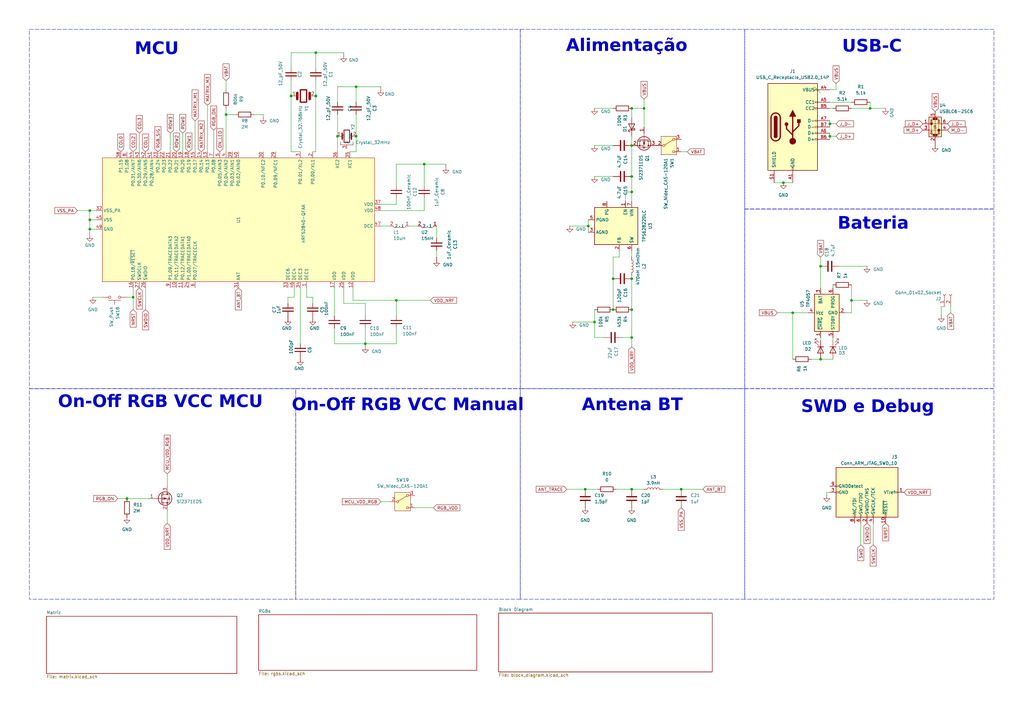
<source format=kicad_sch>
(kicad_sch (version 20231120) (generator "eeschema") (generator_version "8.0")
  (paper "A3")
  (title_block (title "EMK") (date "2024-10-10") (rev "1"))
  (lib_symbols
    (symbol "CAP:100_pF_Ceramic"
      (property "Reference" "C" (at 0 7.62 0))
      (property "Value" "100_pF_Ceramic" (at 0 5.08 0))
      (symbol "100_pF_Ceramic_1_1"
        (pin passive line (at -2.54 0 0) (length 2) (name "~") (number "1"))
        (pin input line (at 2.54 0 180) (length 2) (name "~") (number "2"))
      )
    )
    (symbol "CAP:12_pF_±2%_50V"
      (property "Reference" "C" (at 0 2.54 0))
      (property "Value" "12_pF_50V" (at 0 0 0))
      (symbol "12_pF_±2%_50V_1_1"
        (pin passive line (at -2.54 -5.08 0) (length 2) (name "~") (number "1"))
        (pin input line (at 2.54 -5.08 180) (length 2) (name "~") (number "2"))
      )
    )
    (symbol "CAP:1uF_Ceramic"
      (property "Reference" "C" (at 0 6.35 0))
      (property "Value" "1uF_Ceramic" (at 0 3.81 0))
      (symbol "1uF_Ceramic_1_1"
        (pin passive line (at -2.54 0 0) (length 2) (name "~") (number "1"))
        (pin input line (at 2.54 0 180) (length 2) (name "~") (number "2"))
      )
    )
    (symbol "CRIS:Crystal_32mHz"
      (property "Reference" "Y" (at 0 6.35 0))
      (property "Value" "Crystal_32mHz" (at 0 3.81 0))
      (symbol "Crystal_32mHz_1_1"
        (pin passive line (at -3.81 0 0) (length 1.27) (name "1") (number "1"))
        (pin passive line (at 3.81 0 180) (length 1.27) (name "2") (number "2"))
        (pin passive line (at 0 -5.08 90) (length 1.27) (name "3") (number "3"))
      )
    )
    (symbol "Connector:Conn_01x02_Socket" (pin_names (offset 1.016) hide)
      (property "Reference" "J" (at 0 2.54 0))
      (property "Value" "Conn_01x02_Socket" (at 0 -5.08 0))
      (symbol "Conn_01x02_Socket_1_1"
        (pin passive line (at -5.08 0 0) (length 3.81) (name "Pin_1") (number "1"))
        (pin passive line (at -5.08 -2.54 0) (length 3.81) (name "Pin_2") (number "2"))
      )
    )
    (symbol "Connector:Conn_ARM_JTAG_SWD_10" (pin_names (offset 1.016))
      (property "Reference" "J" (at -2.54 16.51 0))
      (property "Value" "Conn_ARM_JTAG_SWD_10" (at -2.54 13.97 0))
      (symbol "Conn_ARM_JTAG_SWD_10_1_1"
        (pin power_in line (at 0 15.24 270) (length 2.54) (name "VTref") (number "1"))
        (pin open_collector line (at 12.7 7.62 180) (length 2.54) (name "~{RESET}") (number "10"))
        (pin bidirectional line (at 12.7 0 180) (length 2.54) (name "SWDIO/TMS") (number "2"))
        (pin power_in line (at 0 -15.24 90) (length 2.54) (name "GND") (number "3"))
        (pin output line (at 12.7 2.54 180) (length 2.54) (name "SWCLK/TCK") (number "4"))
        (pin passive line (at 0 -15.24 90) (length 2.54) hide (name "GND") (number "5"))
        (pin input line (at 12.7 -2.54 180) (length 2.54) (name "SWO/TDO") (number "6"))
        (pin no_connect line (at -10.16 0 0) (length 2.54) hide (name "KEY") (number "7"))
        (pin output line (at 12.7 -5.08 180) (length 2.54) (name "NC/TDI") (number "8"))
        (pin passive line (at -2.54 -15.24 90) (length 2.54) (name "GNDDetect") (number "9"))
      )
    )
    (symbol "Device:C" (pin_numbers hide) (pin_names (offset 0.254))
      (property "Reference" "C" (at 0.635 2.54 0))
      (property "Value" "C" (at 0.635 -2.54 0))
      (symbol "C_1_1"
        (pin passive line (at 0 3.81 270) (length 2.794) (name "~") (number "1"))
        (pin passive line (at 0 -3.81 90) (length 2.794) (name "~") (number "2"))
      )
    )
    (symbol "Device:D_Schottky" (pin_numbers hide) (pin_names (offset 1.016) hide)
      (property "Reference" "D" (at 0 2.54 0))
      (property "Value" "D_Schottky" (at 0 -2.54 0))
      (symbol "D_Schottky_1_1"
        (pin passive line (at -3.81 0 0) (length 2.54) (name "K") (number "1"))
        (pin passive line (at 3.81 0 180) (length 2.54) (name "A") (number "2"))
      )
    )
    (symbol "Device:L" (pin_numbers hide) (pin_names (offset 1.016) hide)
      (property "Reference" "L" (at -1.27 0 90))
      (property "Value" "L" (at 1.905 0 90))
      (symbol "L_1_1"
        (pin passive line (at 0 3.81 270) (length 1.27) (name "1") (number "1"))
        (pin passive line (at 0 -3.81 90) (length 1.27) (name "2") (number "2"))
      )
    )
    (symbol "Device:LED" (pin_numbers hide) (pin_names (offset 1.016) hide)
      (property "Reference" "D" (at 0 2.54 0))
      (property "Value" "LED" (at 0 -2.54 0))
      (symbol "LED_1_1"
        (pin passive line (at -3.81 0 0) (length 2.54) (name "K") (number "1"))
        (pin passive line (at 3.81 0 180) (length 2.54) (name "A") (number "2"))
      )
    )
    (symbol "Device:R" (pin_numbers hide) (pin_names (offset 0))
      (property "Reference" "R" (at 2.032 0 90))
      (property "Value" "R" (at 0 0 90))
      (symbol "R_1_1"
        (pin passive line (at 0 3.81 270) (length 1.27) (name "~") (number "1"))
        (pin passive line (at 0 -3.81 90) (length 1.27) (name "~") (number "2"))
      )
    )
    (symbol "EMKPower:Si2371EDS" (pin_names hide)
      (property "Reference" "Q" (at 5.08 1.905 0))
      (property "Value" "Si2371EDS" (at 5.08 0 0))
      (symbol "Si2371EDS_1_1"
        (pin input line (at -5.08 0 0) (length 2.54) (name "G") (number "1"))
        (pin passive line (at 2.54 -5.08 90) (length 2.54) (name "S") (number "2"))
        (pin passive line (at 2.54 5.08 270) (length 2.54) (name "D") (number "3"))
      )
    )
    (symbol "EMKPower:TP4057"
      (property "Reference" "U" (at -6.35 6.604 0))
      (property "Value" "TP4057" (at 1.524 6.604 0))
      (symbol "TP4057_1_1"
        (pin open_collector line (at -10.16 2.54 0) (length 2.54) (name "~{CHRG}") (number "1"))
        (pin power_in line (at 0 -7.62 90) (length 2.54) (name "GND") (number "2"))
        (pin power_out line (at 10.16 2.54 180) (length 2.54) (name "BAT") (number "3"))
        (pin power_in line (at 0 7.62 270) (length 2.54) (name "V_{CC}") (number "4"))
        (pin open_collector line (at -10.16 -2.54 0) (length 2.54) (name "STDBY") (number "5"))
        (pin passive line (at 10.16 -2.54 180) (length 2.54) (name "PROG") (number "6"))
      )
    )
    (symbol "EMKPower:TPS62822DLC"
      (property "Reference" "U" (at -7.62 11.43 0))
      (property "Value" "TPS62822DLC" (at -1.27 11.43 0))
      (symbol "TPS62822DLC_1_1"
        (pin input line (at -10.16 5.08 0) (length 2.54) (name "EN") (number "1"))
        (pin input line (at 10.16 2.54 180) (length 2.54) (name "FB") (number "2"))
        (pin power_in line (at 2.54 -10.16 90) (length 2.54) (name "AGND") (number "3"))
        (pin no_connect line (at 7.62 5.08 180) (length 2.54) hide (name "NC") (number "4"))
        (pin power_in line (at -2.54 -10.16 90) (length 2.54) (name "PGND") (number "5"))
        (pin power_out line (at 10.16 7.62 180) (length 2.54) (name "SW") (number "6"))
        (pin power_in line (at -10.16 7.62 0) (length 2.54) (name "VIN") (number "7"))
        (pin open_collector line (at -10.16 -2.54 0) (length 2.54) (name "PG") (number "8"))
      )
    )
    (symbol "EMKPower:USBLC6-2SC6" (pin_names hide)
      (property "Reference" "U" (at 0.635 5.715 0))
      (property "Value" "USBLC6-2SC6" (at 0.635 3.81 0))
      (symbol "USBLC6-2SC6_1_1"
        (pin passive line (at -5.08 0 0) (length 2.54) (name "I/O1") (number "1"))
        (pin passive line (at 0 -7.62 90) (length 2.54) (name "GND") (number "2"))
        (pin passive line (at -5.08 -2.54 0) (length 2.54) (name "I/O2") (number "3"))
        (pin passive line (at 5.08 -2.54 180) (length 2.54) (name "I/O2") (number "4"))
        (pin passive line (at 0 5.08 270) (length 2.54) (name "VBUS") (number "5"))
        (pin passive line (at 5.08 0 180) (length 2.54) (name "I/O1") (number "6"))
      )
    )
    (symbol "EMKPower:USB_C_Receptacle_USB2.0_14P" (pin_names (offset 1.016))
      (property "Reference" "J" (at 0 22.225 0))
      (property "Value" "USB_C_Receptacle_USB2.0_14P" (at 0 19.685 0))
      (symbol "USB_C_Receptacle_USB2.0_14P_1_1"
        (pin passive line (at 0 -22.86 90) (length 5.08) (name "GND") (number "A1"))
        (pin passive line (at 0 -22.86 90) (length 5.08) hide (name "GND") (number "A12"))
        (pin passive line (at 15.24 15.24 180) (length 5.08) (name "VBUS") (number "A4"))
        (pin bidirectional line (at 15.24 10.16 180) (length 5.08) (name "CC1") (number "A5"))
        (pin bidirectional line (at 15.24 -2.54 180) (length 5.08) (name "D+") (number "A6"))
        (pin bidirectional line (at 15.24 2.54 180) (length 5.08) (name "D-") (number "A7"))
        (pin passive line (at 15.24 15.24 180) (length 5.08) hide (name "VBUS") (number "A9"))
        (pin passive line (at 0 -22.86 90) (length 5.08) hide (name "GND") (number "B1"))
        (pin passive line (at 0 -22.86 90) (length 5.08) hide (name "GND") (number "B12"))
        (pin passive line (at 15.24 15.24 180) (length 5.08) hide (name "VBUS") (number "B4"))
        (pin bidirectional line (at 15.24 7.62 180) (length 5.08) (name "CC2") (number "B5"))
        (pin bidirectional line (at 15.24 -5.08 180) (length 5.08) (name "D+") (number "B6"))
        (pin bidirectional line (at 15.24 0 180) (length 5.08) (name "D-") (number "B7"))
        (pin passive line (at 15.24 15.24 180) (length 5.08) hide (name "VBUS") (number "B9"))
        (pin passive line (at -7.62 -22.86 90) (length 5.08) (name "SHIELD") (number "S1"))
      )
    )
    (symbol "Inductor:Inductor 10uH"
      (property "Reference" "L" (at 0 2.54 0))
      (property "Value" "10uH" (at -2.54 -2.54 90))
      (symbol "Inductor 10uH_1_1"
        (pin passive line (at 0 1.27 270) (length 1.27) (name "1") (number "1"))
        (pin passive line (at 0 -6.35 90) (length 1.27) (name "2") (number "2"))
      )
    )
    (symbol "Inductor:Inductor_15nH"
      (property "Reference" "U" (at 2.54 -1.27 0))
      (property "Value" "15nH" (at -2.54 -1.27 90))
      (symbol "Inductor_15nH_1_1"
        (pin passive line (at 0 2.54 270) (length 1.27) (name "1") (number "1"))
        (pin passive line (at 0 -5.08 90) (length 1.27) (name "2") (number "2"))
      )
    )
    (symbol "PCM_SL_Capacitors:100nF_Ceramic"
      (property "Reference" "C" (at 0 6.35 0))
      (property "Value" "100nF_Ceramic" (at 0 3.81 0))
      (symbol "100nF_Ceramic_1_1"
        (pin passive line (at -2.54 0 0) (length 2) (name "~") (number "1"))
        (pin input line (at 2.54 0 180) (length 2) (name "~") (number "2"))
      )
    )
    (symbol "PCM_SL_Devices:Crystal_32.768kHz"
      (property "Reference" "Y" (at 0 7.62 0))
      (property "Value" "Crystal_32.768kHz" (at 0 5.08 0))
      (symbol "Crystal_32.768kHz_1_1"
        (pin passive line (at -5.08 0 0) (length 2.54) (name "") (number "1"))
        (pin passive line (at 5.08 0 180) (length 2.54) (name "") (number "2"))
      )
    )
    (symbol "POWER:GND" (power) (in_bom no) (on_board no)
      (property "Value" "GND" (at 0 0 0))
      (symbol "GND_1_1"
        (pin input line (at 0 -1.27 270) (length 2.54) (name "") (number ""))
      )
    )
    (symbol "Switch:SW_Nidec_CAS-120A1" (pin_names (offset 1) hide)
      (property "Reference" "SW" (at 0 4.318 0))
      (property "Value" "SW_Nidec_CAS-120A1" (at 0 -5.08 0))
      (symbol "SW_Nidec_CAS-120A1_1_1"
        (pin passive line (at 5.08 -2.54 180) (length 2.54) (name "C") (number "1"))
        (pin passive line (at -5.08 0 0) (length 2.54) (name "B") (number "2"))
        (pin passive line (at 5.08 2.54 180) (length 2.54) (name "A") (number "3"))
      )
    )
    (symbol "Switch:SW_Push" (pin_numbers hide) (pin_names (offset 1.016) hide)
      (property "Reference" "SW" (at 1.27 2.54 0))
      (property "Value" "SW_Push" (at 0 -1.524 0))
      (symbol "SW_Push_0_1"
        (pin passive line (at -5.08 0 0) (length 2.54) (name "1") (number "1"))
        (pin passive line (at 5.08 0 180) (length 2.54) (name "2") (number "2"))
      )
    )
    (symbol "nordic-lib-kicad-nrf52:nRF52840-QFAA"
      (property "Reference" "U" (at 0 0 0))
      (property "Value" "nRF52840-QFAA" (at 0 -2.54 0))
      (symbol "nRF52840-QFAA_0_0"
        (pin unspecified line (at 27.94 -25.4 180) (length 2.54) (name "P0.11/TRACEDATA2") (number "10"))
        (pin unspecified line (at 27.94 -22.86 180) (length 2.54) (name "P0.12/TRACEDATA1") (number "11"))
        (pin unspecified line (at -27.94 -12.7 0) (length 2.54) (name "P0.13") (number "13"))
        (pin unspecified line (at -27.94 -15.24 0) (length 2.54) (name "P0.14") (number "14"))
        (pin unspecified line (at -27.94 -17.78 0) (length 2.54) (name "P0.17") (number "15"))
        (pin unspecified line (at 27.94 39.37 180) (length 2.54) (name "VDD") (number "17"))
        (pin unspecified line (at -27.94 -20.32 0) (length 2.54) (name "P0.19") (number "18"))
        (pin unspecified line (at -27.94 -22.86 0) (length 2.54) (name "P0.20") (number "19"))
        (pin unspecified line (at -27.94 30.48 0) (length 2.54) (name "P0.00/XL1") (number "2"))
        (pin unspecified line (at -27.94 -25.4 0) (length 2.54) (name "P0.21") (number "20"))
        (pin unspecified line (at -27.94 -27.94 0) (length 2.54) (name "P0.22") (number "21"))
        (pin unspecified line (at -27.94 -30.48 0) (length 2.54) (name "P0.23") (number "22"))
        (pin unspecified line (at -27.94 -33.02 0) (length 2.54) (name "P0.24") (number "23"))
        (pin unspecified line (at 27.94 -20.32 180) (length 2.54) (name "P1.00/TRACEDATA0") (number "24"))
        (pin unspecified line (at 27.94 -38.1 180) (length 2.54) (name "SWDIO") (number "26"))
        (pin unspecified line (at 27.94 -40.64 180) (length 2.54) (name "SWDCLK") (number "27"))
        (pin unspecified line (at -27.94 15.24 0) (length 2.54) (name "P0.09/NFC1") (number "29"))
        (pin unspecified line (at -27.94 25.4 0) (length 2.54) (name "P0.01/XL2") (number "3"))
        (pin unspecified line (at -27.94 10.16 0) (length 2.54) (name "P0.10/NFC2") (number "30"))
        (pin unspecified line (at 27.94 0 180) (length 2.54) (name "ANT") (number "31"))
        (pin unspecified line (at -27.94 45.72 0) (length 2.54) (name "XC1") (number "35"))
        (pin unspecified line (at -27.94 40.64 0) (length 2.54) (name "XC2") (number "36"))
        (pin unspecified line (at -27.94 -48.26 0) (length 2.54) (name "P1.15") (number "38"))
        (pin unspecified line (at -27.94 -2.54 0) (length 2.54) (name "P0.03/AIN1") (number "39"))
        (pin unspecified line (at -27.94 -5.08 0) (length 2.54) (name "P0.04/AIN2") (number "4"))
        (pin unspecified line (at -27.94 0 0) (length 2.54) (name "P0.02/AIN0") (number "40"))
        (pin unspecified line (at -27.94 -35.56 0) (length 2.54) (name "P0.28/AIN4") (number "41"))
        (pin unspecified line (at -27.94 -38.1 0) (length 2.54) (name "P0.29/AIN5") (number "42"))
        (pin unspecified line (at -27.94 -40.64 0) (length 2.54) (name "P0.30/AIN6") (number "43"))
        (pin unspecified line (at -27.94 -43.18 0) (length 2.54) (name "P0.31/AIN7") (number "44"))
        (pin unspecified line (at 0 -58.42 90) (length 2.54) (name "VSS") (number "45"))
        (pin unspecified line (at 2.54 58.42 270) (length 2.54) (name "DCC") (number "47"))
        (pin unspecified line (at -27.94 -7.62 0) (length 2.54) (name "P0.05/AIN3") (number "5"))
        (pin unspecified line (at 27.94 -17.78 180) (length 2.54) (name "P0.07/TRACECLK") (number "6"))
        (pin unspecified line (at -27.94 -10.16 0) (length 2.54) (name "P0.08") (number "7"))
        (pin unspecified line (at -27.94 -45.72 0) (length 2.54) (name "P1.08") (number "8"))
        (pin unspecified line (at 27.94 -27.94 180) (length 2.54) (name "P1.09/TRACEDATA3") (number "9"))
      )
      (symbol "nRF52840-QFAA_1_0"
        (pin unspecified line (at 27.94 27.94 180) (length 2.54) (name "DEC1") (number "1"))
        (pin unspecified line (at 27.94 46.99 180) (length 2.54) (name "VDD") (number "12"))
        (pin unspecified line (at 27.94 -43.18 180) (length 2.54) (name "P0.18/~{RESET}") (number "16"))
        (pin unspecified line (at 27.94 43.18 180) (length 2.54) (name "VDD") (number "25"))
        (pin no_connect line (at 0 -38.1 90) (length 2.54) hide (name "NC") (number "28"))
        (pin unspecified line (at -3.81 -58.42 90) (length 2.54) (name "VSS_PA") (number "32"))
        (pin unspecified line (at 27.94 20.32 180) (length 2.54) (name "DEC6") (number "33"))
        (pin unspecified line (at 27.94 25.4 180) (length 2.54) (name "DEC3") (number "34"))
        (pin unspecified line (at -6.35 58.42 270) (length 2.54) (name "VDD") (number "37"))
        (pin unspecified line (at 27.94 22.86 180) (length 2.54) (name "DEC4") (number "46"))
        (pin unspecified line (at -3.81 58.42 270) (length 2.54) (name "VDD") (number "48"))
        (pin unspecified line (at 3.81 -58.42 90) (length 2.54) (name "GND") (number "49"))
      )
    )
    (symbol "power:GND" (power) (pin_numbers hide) (pin_names (offset 0) hide)
      (property "Value" "GND" (at 0 -3.81 0))
      (symbol "GND_1_1"
        (pin power_in line (at 0 0 270) (length 0) (name "~") (number "1"))
      )
    )
  )
  (junction (at 259.08 200.66))
  (junction (at 52.07 204.47))
  (junction (at 336.55 109.22))
  (junction (at 173.99 67.31))
  (junction (at 259.08 138.43))
  (junction (at 119.38 39.37))
  (junction (at 356.87 44.45))
  (junction (at 264.16 44.45))
  (junction (at 36.83 86.36))
  (junction (at 36.83 93.98))
  (junction (at 349.25 123.19))
  (junction (at 251.46 114.3))
  (junction (at 146.05 55.88))
  (junction (at 259.08 59.69))
  (junction (at 259.08 114.3))
  (junction (at 240.03 200.66))
  (junction (at 146.05 35.56))
  (junction (at 279.4 200.66))
  (junction (at 336.55 147.32))
  (junction (at 340.36 55.88))
  (junction (at 251.46 127))
  (junction (at 321.31 74.93))
  (junction (at 36.83 90.17))
  (junction (at 138.43 55.88))
  (junction (at 243.84 132.08))
  (junction (at 259.08 127))
  (junction (at 241.3 92.71))
  (junction (at 92.71 46.99))
  (junction (at 149.86 140.97))
  (junction (at 325.12 128.27))
  (junction (at 259.08 78.74))
  (junction (at 129.54 39.37))
  (junction (at 340.36 50.8))
  (junction (at 259.08 44.45))
  (junction (at 129.54 21.59))
  (junction (at 162.56 123.19))
  (junction (at 54.61 121.92))
  (junction (at 259.08 72.39))
  (bus_entry (at 334.01 35.56) (size 2.54 2.54))
  (wire (pts (xy 259.08 142.24) (xy 259.08 138.43)))
  (wire (pts (xy 137.16 118.11) (xy 137.16 129.54)))
  (wire (pts (xy 259.08 138.43) (xy 255.27 138.43)))
  (wire (pts (xy 332.74 147.32) (xy 336.55 147.32)))
  (wire (pts (xy 241.3 95.25) (xy 241.3 92.71)))
  (wire (pts (xy 321.31 74.93) (xy 325.12 74.93)))
  (wire (pts (xy 107.95 46.99) (xy 104.14 46.99)))
  (wire (pts (xy 259.08 72.39) (xy 259.08 78.74)))
  (wire (pts (xy 271.78 200.66) (xy 279.4 200.66)))
  (wire (pts (xy 92.71 33.02) (xy 92.71 36.83)))
  (wire (pts (xy 259.08 114.3) (xy 259.08 113.03)))
  (wire (pts (xy 340.36 50.8) (xy 342.9 50.8)))
  (wire (pts (xy 341.63 118.11) (xy 341.63 116.84)))
  (wire (pts (xy 243.84 44.45) (xy 251.46 44.45)))
  (wire (pts (xy 281.94 62.23) (xy 279.4 62.23)))
  (wire (pts (xy 92.71 44.45) (xy 92.71 46.99)))
  (wire (pts (xy 68.58 214.63) (xy 68.58 209.55)))
  (wire (pts (xy 358.14 223.52) (xy 358.14 214.63)))
  (wire (pts (xy 146.05 41.91) (xy 146.05 35.56)))
  (wire (pts (xy 52.07 204.47) (xy 60.96 204.47)))
  (wire (pts (xy 149.86 124.46) (xy 149.86 129.54)))
  (wire (pts (xy 54.61 127) (xy 54.61 121.92)))
  (wire (pts (xy 243.84 72.39) (xy 251.46 72.39)))
  (wire (pts (xy 243.84 138.43) (xy 247.65 138.43)))
  (wire (pts (xy 340.36 55.88) (xy 340.36 57.15)))
  (wire (pts (xy 349.25 128.27) (xy 346.71 128.27)))
  (wire (pts (xy 254 105.41) (xy 254 102.87)))
  (wire (pts (xy 119.38 62.23) (xy 119.38 39.37)))
  (wire (pts (xy 259.08 55.88) (xy 259.08 59.69)))
  (wire (pts (xy 146.05 62.23) (xy 146.05 55.88)))
  (wire (pts (xy 259.08 138.43) (xy 259.08 127)))
  (wire (pts (xy 349.25 123.19) (xy 349.25 116.84)))
  (wire (pts (xy 123.19 140.97) (xy 123.19 118.11)))
  (wire (pts (xy 240.03 200.66) (xy 245.11 200.66)))
  (wire (pts (xy 279.4 200.66) (xy 288.29 200.66)))
  (wire (pts (xy 137.16 140.97) (xy 137.16 134.62)))
  (wire (pts (xy 340.36 54.61) (xy 340.36 55.88)))
  (wire (pts (xy 336.55 105.41) (xy 336.55 109.22)))
  (wire (pts (xy 39.37 93.98) (xy 36.83 93.98)))
  (wire (pts (xy 356.87 44.45) (xy 363.22 44.45)))
  (wire (pts (xy 259.08 44.45) (xy 259.08 48.26)))
  (wire (pts (xy 325.12 147.32) (xy 325.12 128.27)))
  (wire (pts (xy 54.61 121.92) (xy 52.07 121.92)))
  (wire (pts (xy 342.9 34.29) (xy 342.9 36.83)))
  (wire (pts (xy 129.54 62.23) (xy 128.27 62.23)))
  (wire (pts (xy 162.56 76.2) (xy 162.56 67.31)))
  (wire (pts (xy 156.21 83.82) (xy 162.56 83.82)))
  (wire (pts (xy 31.75 86.36) (xy 36.83 86.36)))
  (wire (pts (xy 342.9 55.88) (xy 340.36 55.88)))
  (wire (pts (xy 177.8 208.28) (xy 170.18 208.28)))
  (wire (pts (xy 243.84 132.08) (xy 243.84 138.43)))
  (wire (pts (xy 259.08 59.69) (xy 259.08 72.39)))
  (wire (pts (xy 264.16 44.45) (xy 259.08 44.45)))
  (wire (pts (xy 140.97 21.59) (xy 129.54 21.59)))
  (wire (pts (xy 129.54 21.59) (xy 129.54 27.94)))
  (wire (pts (xy 251.46 105.41) (xy 251.46 114.3)))
  (wire (pts (xy 85.09 43.18) (xy 85.09 62.23)))
  (wire (pts (xy 355.6 109.22) (xy 344.17 109.22)))
  (wire (pts (xy 259.08 114.3) (xy 259.08 127)))
  (wire (pts (xy 386.08 125.73) (xy 387.35 125.73)))
  (wire (pts (xy 318.77 128.27) (xy 325.12 128.27)))
  (wire (pts (xy 138.43 55.88) (xy 138.43 62.23)))
  (wire (pts (xy 256.54 78.74) (xy 259.08 78.74)))
  (wire (pts (xy 259.08 78.74) (xy 259.08 82.55)))
  (wire (pts (xy 342.9 36.83) (xy 340.36 36.83)))
  (wire (pts (xy 146.05 46.99) (xy 146.05 55.88)))
  (wire (pts (xy 39.37 86.36) (xy 36.83 86.36)))
  (wire (pts (xy 119.38 27.94) (xy 119.38 21.59)))
  (wire (pts (xy 129.54 21.59) (xy 119.38 21.59)))
  (wire (pts (xy 59.69 127) (xy 59.69 118.11)))
  (wire (pts (xy 107.95 46.99) (xy 107.95 48.26)))
  (wire (pts (xy 259.08 200.66) (xy 264.16 200.66)))
  (wire (pts (xy 317.5 74.93) (xy 321.31 74.93)))
  (wire (pts (xy 264.16 40.64) (xy 264.16 44.45)))
  (wire (pts (xy 118.11 121.92) (xy 118.11 124.46)))
  (wire (pts (xy 356.87 41.91) (xy 356.87 44.45)))
  (wire (pts (xy 355.6 123.19) (xy 349.25 123.19)))
  (wire (pts (xy 264.16 44.45) (xy 264.16 52.07)))
  (wire (pts (xy 140.97 118.11) (xy 140.97 124.46)))
  (wire (pts (xy 162.56 123.19) (xy 176.53 123.19)))
  (wire (pts (xy 92.71 46.99) (xy 92.71 62.23)))
  (wire (pts (xy 138.43 46.99) (xy 138.43 55.88)))
  (wire (pts (xy 128.27 121.92) (xy 128.27 124.46)))
  (wire (pts (xy 146.05 35.56) (xy 156.21 35.56)))
  (wire (pts (xy 336.55 147.32) (xy 341.63 147.32)))
  (wire (pts (xy 389.89 128.27) (xy 389.89 125.73)))
  (wire (pts (xy 349.25 44.45) (xy 356.87 44.45)))
  (wire (pts (xy 36.83 95.25) (xy 36.83 93.98)))
  (wire (pts (xy 233.68 92.71) (xy 241.3 92.71)))
  (wire (pts (xy 353.06 223.52) (xy 353.06 214.63)))
  (wire (pts (xy 336.55 109.22) (xy 336.55 118.11)))
  (wire (pts (xy 39.37 90.17) (xy 36.83 90.17)))
  (wire (pts (xy 251.46 114.3) (xy 251.46 127)))
  (wire (pts (xy 54.61 121.92) (xy 54.61 118.11)))
  (wire (pts (xy 87.63 53.34) (xy 87.63 62.23)))
  (wire (pts (xy 120.65 121.92) (xy 118.11 121.92)))
  (wire (pts (xy 162.56 140.97) (xy 149.86 140.97)))
  (wire (pts (xy 129.54 33.02) (xy 129.54 39.37)))
  (wire (pts (xy 162.56 83.82) (xy 162.56 81.28)))
  (wire (pts (xy 36.83 86.36) (xy 36.83 90.17)))
  (wire (pts (xy 340.36 44.45) (xy 341.63 44.45)))
  (wire (pts (xy 182.88 67.31) (xy 173.99 67.31)))
  (wire (pts (xy 173.99 86.36) (xy 173.99 81.28)))
  (wire (pts (xy 74.93 54.61) (xy 74.93 62.23)))
  (wire (pts (xy 339.09 201.93) (xy 340.36 201.93)))
  (wire (pts (xy 256.54 82.55) (xy 256.54 78.74)))
  (wire (pts (xy 138.43 35.56) (xy 138.43 41.91)))
  (wire (pts (xy 232.41 200.66) (xy 240.03 200.66)))
  (wire (pts (xy 179.07 92.71) (xy 179.07 97.79)))
  (wire (pts (xy 41.91 121.92) (xy 38.1 121.92)))
  (wire (pts (xy 160.02 92.71) (xy 156.21 92.71)))
  (wire (pts (xy 36.83 93.98) (xy 36.83 90.17)))
  (wire (pts (xy 251.46 105.41) (xy 254 105.41)))
  (wire (pts (xy 259.08 102.87) (xy 259.08 105.41)))
  (wire (pts (xy 80.01 49.53) (xy 80.01 62.23)))
  (wire (pts (xy 119.38 62.23) (xy 123.19 62.23)))
  (wire (pts (xy 336.55 139.7) (xy 336.55 138.43)))
  (wire (pts (xy 125.73 121.92) (xy 125.73 118.11)))
  (wire (pts (xy 252.73 200.66) (xy 259.08 200.66)))
  (wire (pts (xy 340.36 50.8) (xy 340.36 49.53)))
  (wire (pts (xy 243.84 132.08) (xy 243.84 127)))
  (wire (pts (xy 349.25 128.27) (xy 349.25 123.19)))
  (wire (pts (xy 162.56 123.19) (xy 162.56 129.54)))
  (wire (pts (xy 340.36 41.91) (xy 349.25 41.91)))
  (wire (pts (xy 156.21 205.74) (xy 160.02 205.74)))
  (wire (pts (xy 144.78 123.19) (xy 162.56 123.19)))
  (wire (pts (xy 156.21 86.36) (xy 173.99 86.36)))
  (wire (pts (xy 146.05 35.56) (xy 138.43 35.56)))
  (wire (pts (xy 173.99 67.31) (xy 173.99 76.2)))
  (wire (pts (xy 68.58 194.31) (xy 68.58 199.39)))
  (wire (pts (xy 241.3 90.17) (xy 241.3 92.71)))
  (wire (pts (xy 149.86 134.62) (xy 149.86 140.97)))
  (wire (pts (xy 96.52 46.99) (xy 92.71 46.99)))
  (wire (pts (xy 325.12 128.27) (xy 331.47 128.27)))
  (wire (pts (xy 171.45 92.71) (xy 167.64 92.71)))
  (wire (pts (xy 149.86 140.97) (xy 137.16 140.97)))
  (wire (pts (xy 144.78 118.11) (xy 144.78 123.19)))
  (wire (pts (xy 162.56 134.62) (xy 162.56 140.97)))
  (wire (pts (xy 341.63 139.7) (xy 341.63 138.43)))
  (wire (pts (xy 243.84 59.69) (xy 251.46 59.69)))
  (wire (pts (xy 48.26 204.47) (xy 52.07 204.47)))
  (wire (pts (xy 173.99 67.31) (xy 162.56 67.31)))
  (wire (pts (xy 120.65 118.11) (xy 120.65 121.92)))
  (wire (pts (xy 386.08 129.54) (xy 386.08 125.73)))
  (wire (pts (xy 129.54 62.23) (xy 129.54 39.37)))
  (wire (pts (xy 57.15 54.61) (xy 57.15 62.23)))
  (wire (pts (xy 143.51 62.23) (xy 146.05 62.23)))
  (wire (pts (xy 119.38 33.02) (xy 119.38 39.37)))
  (wire (pts (xy 234.95 132.08) (xy 243.84 132.08)))
  (wire (pts (xy 179.07 102.87) (xy 179.07 105.41)))
  (wire (pts (xy 339.09 203.2) (xy 339.09 201.93)))
  (wire (pts (xy 140.97 124.46) (xy 149.86 124.46)))
  (wire (pts (xy 340.36 50.8) (xy 340.36 52.07)))
  (wire (pts (xy 125.73 121.92) (xy 128.27 121.92)))
  (wire (pts (xy 69.85 54.61) (xy 69.85 62.23)))
  (rectangle (start 12.065 159.385) (end 121.285 245.745) (stroke (width 0) (type dash)))
  (rectangle (start 213.36 159.385) (end 305.435 245.745) (stroke (width 0) (type dash)))
  (rectangle (start 305.435 85.725) (end 407.67 159.385) (stroke (width 0) (type dash)))
  (rectangle (start 121.285 159.385) (end 213.36 245.745) (stroke (width 0) (type dash)))
  (rectangle (start 305.435 159.385) (end 407.67 245.745) (stroke (width 0) (type dash)))
  (rectangle (start 213.36 12.065) (end 305.435 159.385) (stroke (width 0) (type dash)))
  (rectangle (start 305.435 12.065) (end 407.67 85.725) (stroke (width 0) (type dash)))
  (rectangle (start 12.065 12.065) (end 213.36 159.385) (stroke (width 0) (type dash)))
  (text "Alimentação" (at 257.048 20.32 0) (effects (font (size 5.08 5.08) (thickness 1.016) (bold yes))))
  (text "Bateria" (at 358.14 93.218 0) (effects (font (size 5.08 5.08) (thickness 1.016) (bold yes))))
  (text "SWD e Debug" (at 355.854 168.402 0) (effects (font (size 5.08 5.08) (thickness 1.016) (bold yes))))
  (text "MCU" (at 64.262 21.59 0) (effects (font (size 5.08 5.08) (thickness 1.016) (bold yes))))
  (text "Antena BT" (at 259.334 167.64 0) (effects (font (size 5.08 5.08) (thickness 1.016) (bold yes))))
  (text "On-Off RGB VCC MCU" (at 65.786 166.37 0) (effects (font (size 5.08 5.08) (thickness 1.016) (bold yes))))
  (text "On-Off RGB VCC Manual" (at 167.259 167.64 0) (effects (font (size 5.08 5.08) (thickness 1.016) (bold yes))))
  (text "USB-C" (at 357.632 20.574 0) (effects (font (size 5.08 5.08) (thickness 1.016) (bold yes))))
  (global_label "SWCLK" (shape input) (at 57.15 118.11 270) (property "Intersheetrefs" "${INTERSHEET_REFS}" (effects (hide yes))))
  (global_label "SWDIO" (shape input) (at 355.6 214.63 270) (property "Intersheetrefs" "${INTERSHEET_REFS}" (effects (hide yes))))
  (global_label "MATRIX_M2" (shape input) (at 82.55 62.23 90) (property "Intersheetrefs" "${INTERSHEET_REFS}" (effects (hide yes))))
  (global_label "VBAT" (shape input) (at 389.89 128.27 270) (property "Intersheetrefs" "${INTERSHEET_REFS}" (effects (hide yes))))
  (global_label "SWCLK" (shape input) (at 358.14 223.52 270) (property "Intersheetrefs" "${INTERSHEET_REFS}" (effects (hide yes))))
  (global_label "J_D-" (shape input) (at 388.62 50.8 0) (property "Intersheetrefs" "${INTERSHEET_REFS}" (effects (hide yes))))
  (global_label "COL1" (shape input) (at 59.69 62.23 90) (property "Intersheetrefs" "${INTERSHEET_REFS}" (effects (hide yes))))
  (global_label "ROW1" (shape input) (at 77.47 62.23 90) (property "Intersheetrefs" "${INTERSHEET_REFS}" (effects (hide yes))))
  (global_label "MATRIX_M1" (shape input) (at 80.01 49.53 90) (property "Intersheetrefs" "${INTERSHEET_REFS}" (effects (hide yes))))
  (global_label "NRST" (shape input) (at 363.22 214.63 270) (property "Intersheetrefs" "${INTERSHEET_REFS}" (effects (hide yes))))
  (global_label "VBAT" (shape input) (at 281.94 62.23 0) (property "Intersheetrefs" "${INTERSHEET_REFS}" (effects (hide yes))))
  (global_label "RGB_SIG" (shape input) (at 64.77 62.23 90) (property "Intersheetrefs" "${INTERSHEET_REFS}" (effects (hide yes))))
  (global_label "MCU_VDD_RGB" (shape input) (at 68.58 194.31 90) (property "Intersheetrefs" "${INTERSHEET_REFS}" (effects (hide yes))))
  (global_label "J_D-" (shape input) (at 342.9 50.8 0) (property "Intersheetrefs" "${INTERSHEET_REFS}" (effects (hide yes))))
  (global_label "VSS_PA" (shape input) (at 31.75 86.36 180) (property "Intersheetrefs" "${INTERSHEET_REFS}" (effects (hide yes))))
  (global_label "NRST" (shape input) (at 54.61 127 270) (property "Intersheetrefs" "${INTERSHEET_REFS}" (effects (hide yes))))
  (global_label "COL0" (shape input) (at 49.53 62.23 90) (property "Intersheetrefs" "${INTERSHEET_REFS}" (effects (hide yes))))
  (global_label "VSS_PA" (shape input) (at 279.4 208.28 270) (property "Intersheetrefs" "${INTERSHEET_REFS}" (effects (hide yes))))
  (global_label "VDD_NRF" (shape input) (at 68.58 214.63 270) (property "Intersheetrefs" "${INTERSHEET_REFS}" (effects (hide yes))))
  (global_label "MATRIX_M3" (shape input) (at 85.09 43.18 90) (property "Intersheetrefs" "${INTERSHEET_REFS}" (effects (hide yes))))
  (global_label "RGB_ON" (shape input) (at 48.26 204.47 180) (property "Intersheetrefs" "${INTERSHEET_REFS}" (effects (hide yes))))
  (global_label "COL2" (shape input) (at 54.61 62.23 90) (property "Intersheetrefs" "${INTERSHEET_REFS}" (effects (hide yes))))
  (global_label "VBUS" (shape input) (at 264.16 40.64 90) (property "Intersheetrefs" "${INTERSHEET_REFS}" (effects (hide yes))))
  (global_label "ROW2" (shape input) (at 72.39 62.23 90) (property "Intersheetrefs" "${INTERSHEET_REFS}" (effects (hide yes))))
  (global_label "RGB_VDD" (shape input) (at 177.8 208.28 0) (property "Intersheetrefs" "${INTERSHEET_REFS}" (effects (hide yes))))
  (global_label "VBUS" (shape input) (at 342.9 34.29 90) (property "Intersheetrefs" "${INTERSHEET_REFS}" (effects (hide yes))))
  (global_label "M_D+" (shape input) (at 378.46 53.34 180) (property "Intersheetrefs" "${INTERSHEET_REFS}" (effects (hide yes))))
  (global_label "J_D+" (shape input) (at 342.9 55.88 0) (property "Intersheetrefs" "${INTERSHEET_REFS}" (effects (hide yes))))
  (global_label "ROW0" (shape input) (at 74.93 54.61 90) (property "Intersheetrefs" "${INTERSHEET_REFS}" (effects (hide yes))))
  (global_label "VBUS" (shape input) (at 318.77 128.27 180) (property "Intersheetrefs" "${INTERSHEET_REFS}" (effects (hide yes))))
  (global_label "VDD_NRF" (shape input) (at 259.08 142.24 270) (property "Intersheetrefs" "${INTERSHEET_REFS}" (effects (hide yes))))
  (global_label "RGB_ON" (shape input) (at 87.63 53.34 90) (property "Intersheetrefs" "${INTERSHEET_REFS}" (effects (hide yes))))
  (global_label "ANT_BT" (shape input) (at 97.79 118.11 270) (property "Intersheetrefs" "${INTERSHEET_REFS}" (effects (hide yes))))
  (global_label "SWO" (shape input) (at 353.06 223.52 270) (property "Intersheetrefs" "${INTERSHEET_REFS}" (effects (hide yes))))
  (global_label "M_D-" (shape input) (at 388.62 53.34 0) (property "Intersheetrefs" "${INTERSHEET_REFS}" (effects (hide yes))))
  (global_label "VDD_NRF" (shape input) (at 370.84 201.93 0) (property "Intersheetrefs" "${INTERSHEET_REFS}" (effects (hide yes))))
  (global_label "ANT_TRACE" (shape input) (at 232.41 200.66 180) (property "Intersheetrefs" "${INTERSHEET_REFS}" (effects (hide yes))))
  (global_label "VBUS" (shape input) (at 383.54 45.72 90) (property "Intersheetrefs" "${INTERSHEET_REFS}" (effects (hide yes))))
  (global_label "VBAT" (shape input) (at 92.71 33.02 90) (property "Intersheetrefs" "${INTERSHEET_REFS}" (effects (hide yes))))
  (global_label "ON_LED" (shape input) (at 90.17 62.23 90) (property "Intersheetrefs" "${INTERSHEET_REFS}" (effects (hide yes))))
  (global_label "SWDIO" (shape input) (at 59.69 127 270) (property "Intersheetrefs" "${INTERSHEET_REFS}" (effects (hide yes))))
  (global_label "MCU_VDD_RGB" (shape input) (at 156.21 205.74 180) (property "Intersheetrefs" "${INTERSHEET_REFS}" (effects (hide yes))))
  (global_label "ROW3" (shape input) (at 69.85 54.61 90) (property "Intersheetrefs" "${INTERSHEET_REFS}" (effects (hide yes))))
  (global_label "COL3" (shape input) (at 57.15 54.61 90) (property "Intersheetrefs" "${INTERSHEET_REFS}" (effects (hide yes))))
  (global_label "VBAT" (shape input) (at 336.55 105.41 90) (property "Intersheetrefs" "${INTERSHEET_REFS}" (effects (hide yes))))
  (global_label "J_D+" (shape input) (at 378.46 50.8 180) (property "Intersheetrefs" "${INTERSHEET_REFS}" (effects (hide yes))))
  (global_label "VDD_NRF" (shape input) (at 176.53 123.19 0) (property "Intersheetrefs" "${INTERSHEET_REFS}" (effects (hide yes))))
  (global_label "ANT_BT" (shape input) (at 288.29 200.66 0) (property "Intersheetrefs" "${INTERSHEET_REFS}" (effects (hide yes))))
  (symbol (lib_id "CAP:100_pF_Ceramic") (at 123.19 143.51 270) (unit 1)
    (property "Reference" "C6" (at 127 143.51 0))
    (property "Value" "100pF" (at 119.38 142.24 0))
  )
  (symbol (lib_id "Device:R") (at 328.93 147.32 90) (mirror x) (unit 1)
    (property "Reference" "R6" (at 327.6599 149.86 0) (effects (justify left)))
    (property "Value" "1k" (at 330.1999 149.86 0) (effects (justify left)))
    (property "Description" "Resistor" (effects (hide yes)))
  )
  (symbol (lib_id "power:GND") (at 321.31 74.93 0) (unit 1)
    (property "Reference" "#PWR01" (effects (hide yes)))
    (property "Value" "GND" (at 321.31 80.01 0))
    (property "Description" "Power symbol creates a global label with name \"GND\" , ground" (effects (hide yes)))
  )
  (symbol (lib_id "EMKPower:Si2371EDS") (at 264.16 57.15 270) (unit 1)
    (property "Reference" "Q1" (at 265.4301 63.5 0) (effects (justify left)))
    (property "Value" "Si2371EDS" (at 262.8901 63.5 0) (effects (justify left)))
    (property "Footprint" "Package_TO_SOT_SMD:SOT-23" (effects (hide yes)))
    (property "Datasheet" "http://www.vishay.com/docs/63924/si2371eds.pdf" (effects (hide yes)))
    (property "Description" "-3.6A Id, -30V Vds, P-Channel MOSFET, SOT-23" (effects (hide yes)))
  )
  (symbol (lib_id "PCM_SL_Devices:Crystal_32.768kHz") (at 124.46 39.37 0) (unit 1)
    (property "Reference" "Y1" (at 125.73 43.18 90) (effects (justify right)))
    (property "Value" "Crystal_32.768kHz" (at 123.19 43.18 90) (effects (justify right)))
    (property "Footprint" "Crystal:Crystal_AT310_D3.0mm_L10.0mm_Horizontal" (effects (hide yes)))
  )
  (symbol (lib_id "Inductor:Inductor 10uH") (at 166.37 92.71 270) (unit 1)
    (property "Reference" "L1" (at 161.29 95.25 90) (effects (justify left)))
    (property "Value" "10uH" (at 161.29 97.79 90) (effects (justify left)))
  )
  (symbol (lib_id "PCM_SL_Capacitors:100nF_Ceramic") (at 149.86 132.08 270) (unit 1)
    (property "Reference" "C10" (at 151.638 134.62 90) (effects (justify left)))
    (property "Value" "100nF" (at 151.638 137.16 90) (effects (justify left)))
    (property "Footprint" "Capacitor_THT:C_Disc_D5.0mm_W2.5mm_P2.50mm" (effects (hide yes)))
  )
  (symbol (lib_id "EMKPower:USB_C_Receptacle_USB2.0_14P") (at 325.12 52.07 0) (unit 1)
    (property "Reference" "J1" (at 325.12 29.21 0))
    (property "Value" "USB_C_Receptacle_USB2.0_14P" (at 325.12 31.75 0))
    (property "Datasheet" "https://www.usb.org/sites/default/files/documents/usb_type-c.zip" (effects (hide yes)))
    (property "Description" "USB 2.0-only 14P Type-C Receptacle connector" (effects (hide yes)))
  )
  (symbol (lib_id "POWER:GND") (at 36.83 93.98 0) (unit 1) (in_bom no) (on_board no)
    (property "Reference" "GND03" (effects (hide yes)))
    (property "Value" "GND" (at 34.798 100.584 0) (effects (justify left)))
  )
  (symbol (lib_id "CAP:12_pF_±2%_50V") (at 124.46 30.48 270) (unit 1)
    (property "Reference" "C2" (at 122.936 30.48 0))
    (property "Value" "12_pF_50V" (at 115.062 30.226 0))
  )
  (symbol (lib_id "Device:R") (at 92.71 40.64 0) (unit 1)
    (property "Reference" "R9" (at 99.06 40.64 90))
    (property "Value" "806k" (at 96.52 40.64 90))
    (property "Description" "Resistor" (effects (hide yes)))
  )
  (symbol (lib_id "Device:R") (at 353.06 41.91 90) (unit 1)
    (property "Reference" "R1" (at 353.06 35.56 90))
    (property "Value" "5.1k" (at 353.06 38.1 90))
    (property "Description" "Resistor" (effects (hide yes)))
  )
  (symbol (lib_id "Device:R") (at 255.27 127 270) (unit 1)
    (property "Reference" "R4" (at 256.5401 129.54 0) (effects (justify left)))
    (property "Value" "453k" (at 254.0001 129.54 0) (effects (justify left)))
    (property "Description" "Resistor" (effects (hide yes)))
  )
  (symbol (lib_id "power:GND") (at 259.08 208.28 0) (unit 1)
    (property "Reference" "#PWR015" (effects (hide yes)))
    (property "Value" "GND" (at 259.08 213.36 0))
    (property "Description" "Power symbol creates a global label with name \"GND\" , ground" (effects (hide yes)))
  )
  (symbol (lib_id "CRIS:Crystal_32mHz") (at 142.24 55.88 0) (unit 1)
    (property "Reference" "Y2" (at 144.78 53.34 90) (effects (justify left)))
    (property "Value" "Crystal_32mHz" (at 145.796 58.42 0) (effects (justify left)))
  )
  (symbol (lib_id "POWER:GND") (at 123.19 144.78 0) (unit 1) (in_bom no) (on_board no)
    (property "Reference" "GND05" (effects (hide yes)))
    (property "Value" "GND" (at 120.65 151.13 0) (effects (justify left)))
  )
  (symbol (lib_id "power:GND") (at 240.03 208.28 0) (unit 1)
    (property "Reference" "#PWR014" (effects (hide yes)))
    (property "Value" "GND" (at 240.03 213.36 0))
    (property "Description" "Power symbol creates a global label with name \"GND\" , ground" (effects (hide yes)))
  )
  (symbol (lib_id "nordic-lib-kicad-nrf52:nRF52840-QFAA") (at 97.79 90.17 270) (unit 1)
    (property "Reference" "U1" (at 97.79 90.17 0))
    (property "Value" "nRF52840-QFAA" (at 124.46 83.82 0) (effects (justify left)))
    (property "Footprint" "Package_DFN_QFN:QFN-48-1EP_6x6mm_P0.4mm_EP4.6x4.6mm" (effects (hide yes)))
  )
  (symbol (lib_id "power:GND") (at 243.84 44.45 0) (unit 1)
    (property "Reference" "#PWR05" (effects (hide yes)))
    (property "Value" "GND" (at 246.38 45.7199 0) (effects (justify left)))
    (property "Description" "Power symbol creates a global label with name \"GND\" , ground" (effects (hide yes)))
  )
  (symbol (lib_id "POWER:GND") (at 149.86 139.7 0) (unit 1) (in_bom no) (on_board no)
    (property "Reference" "GND08" (effects (hide yes)))
    (property "Value" "GND" (at 152.4 144.1449 0) (effects (justify left)))
  )
  (symbol (lib_id "power:GND") (at 355.6 109.22 0) (unit 1)
    (property "Reference" "#PWR09" (effects (hide yes)))
    (property "Value" "GND" (at 358.14 110.4899 0) (effects (justify left)))
    (property "Description" "Power symbol creates a global label with name \"GND\" , ground" (effects (hide yes)))
  )
  (symbol (lib_id "EMKPower:Si2371EDS") (at 66.04 204.47 0) (unit 1)
    (property "Reference" "Q2" (at 72.39 203.1999 0) (effects (justify left)))
    (property "Value" "Si2371EDS" (at 72.39 205.7399 0) (effects (justify left)))
    (property "Footprint" "Package_TO_SOT_SMD:SOT-23" (effects (hide yes)))
    (property "Datasheet" "http://www.vishay.com/docs/63924/si2371eds.pdf" (effects (hide yes)))
    (property "Description" "-3.6A Id, -30V Vds, P-Channel MOSFET, SOT-23" (effects (hide yes)))
  )
  (symbol (lib_id "Device:R") (at 52.07 208.28 180) (unit 1)
    (property "Reference" "R11" (at 54.61 207.0099 0) (effects (justify right)))
    (property "Value" "2M" (at 54.61 209.5499 0) (effects (justify right)))
    (property "Description" "Resistor" (effects (hide yes)))
  )
  (symbol (lib_id "Connector:Conn_ARM_JTAG_SWD_10") (at 355.6 201.93 270) (unit 1)
    (property "Reference" "J3" (at 368.046 187.452 90) (effects (justify right)))
    (property "Value" "Conn_ARM_JTAG_SWD_10" (at 368.046 189.992 90) (effects (justify right)))
    (property "Datasheet" "http://infocenter.arm.com/help/topic/com.arm.doc.ddi0314h/DDI0314H_coresight_components_trm.pdf" (effects (hide yes)))
    (property "Description" "Cortex Debug Connector, standard ARM Cortex-M SWD and JTAG interface" (effects (hide yes)))
  )
  (symbol (lib_id "Device:C") (at 340.36 109.22 90) (unit 1)
    (property "Reference" "C18" (at 339.0899 105.41 0) (effects (justify left)))
    (property "Value" "4.7uF" (at 341.6299 105.41 0) (effects (justify left)))
    (property "Description" "Unpolarized capacitor" (effects (hide yes)))
  )
  (symbol (lib_id "Device:R") (at 100.33 46.99 90) (unit 1)
    (property "Reference" "R8" (at 100.33 49.53 90))
    (property "Value" "2M" (at 100.33 52.07 90))
    (property "Description" "Resistor" (effects (hide yes)))
  )
  (symbol (lib_id "Switch:SW_Push") (at 46.99 121.92 180) (unit 1)
    (property "Reference" "SW18" (at 48.2601 125.73 90) (effects (justify left)))
    (property "Value" "SW_Push" (at 45.7201 125.73 90) (effects (justify left)))
    (property "Description" "Push button switch, generic, two pins" (effects (hide yes)))
  )
  (symbol (lib_id "CAP:1uF_Ceramic") (at 179.07 100.33 270) (unit 1)
    (property "Reference" "C13" (at 186.69 100.33 0))
    (property "Value" "1uF_Ceramic" (at 184.15 100.33 0))
  )
  (symbol (lib_id "Connector:Conn_01x02_Socket") (at 387.35 120.65 90) (unit 1)
    (property "Reference" "J2" (at 386.08 122.5551 90) (effects (justify left)))
    (property "Value" "Conn_01x02_Socket" (at 386.08 120.0151 90) (effects (justify left)))
    (property "Description" "Generic connector, single row, 01x02, script generated" (effects (hide yes)))
  )
  (symbol (lib_id "Device:D_Schottky") (at 259.08 52.07 90) (unit 1)
    (property "Reference" "D1" (at 256.286 52.832 0))
    (property "Value" "D_Schottky" (effects (hide yes)))
    (property "Description" "Schottky diode" (effects (hide yes)))
  )
  (symbol (lib_id "POWER:GND") (at 383.54 57.15 0) (unit 1) (in_bom no) (on_board no)
    (property "Reference" "GND010" (effects (hide yes)))
    (property "Value" "GND" (at 386.08 61.5949 0) (effects (justify left)))
  )
  (symbol (lib_id "power:GND") (at 38.1 121.92 0) (unit 1)
    (property "Reference" "#PWR013" (effects (hide yes)))
    (property "Value" "GND" (at 38.1 127 0))
    (property "Description" "Power symbol creates a global label with name \"GND\" , ground" (effects (hide yes)))
  )
  (symbol (lib_id "EMKPower:TPS62822DLC") (at 251.46 92.71 270) (unit 1)
    (property "Reference" "U3" (at 266.7 92.71 0))
    (property "Value" "TPS62822DLC" (at 264.16 92.71 0))
    (property "Footprint" "Package_SON:Texas_VSON-HR-8_1.5x2mm_P0.5mm" (effects (hide yes)))
    (property "Datasheet" "http://www.ti.com/lit/ds/symlink/tps62823.pdf" (effects (hide yes)))
    (property "Description" "2A Step-Down Converter with DCS-Control, adjustable output, 2.4-5.5V input voltage, QFN-8" (effects (hide yes)))
  )
  (symbol (lib_id "Device:LED") (at 336.55 143.51 270) (unit 1)
    (property "Reference" "D2" (at 332.74 143.1926 90) (effects (justify right)))
    (property "Value" "LED" (at 332.74 140.6526 90) (effects (justify right)))
    (property "Description" "Light emitting diode" (effects (hide yes)))
  )
  (symbol (lib_id "CAP:12_pF_±2%_50V") (at 151.13 44.45 270) (unit 1)
    (property "Reference" "C3" (at 153.67 44.45 0))
    (property "Value" "12_pF_50V" (at 151.13 44.45 0))
  )
  (symbol (lib_id "Device:L") (at 267.97 200.66 90) (unit 1)
    (property "Reference" "L3" (at 267.97 195.58 90))
    (property "Value" "3.9nH" (at 267.97 198.12 90))
    (property "Description" "Inductor" (effects (hide yes)))
  )
  (symbol (lib_id "Device:C") (at 255.27 114.3 270) (unit 1)
    (property "Reference" "C16" (at 256.5401 118.11 0) (effects (justify left)))
    (property "Value" "120pF" (at 254.0001 118.11 0) (effects (justify left)))
    (property "Description" "Unpolarized capacitor" (effects (hide yes)))
  )
  (symbol (lib_id "Device:R") (at 345.44 44.45 90) (unit 1)
    (property "Reference" "R2" (at 345.44 38.1 90))
    (property "Value" "5.1k" (at 345.44 40.64 90))
    (property "Description" "Resistor" (effects (hide yes)))
  )
  (symbol (lib_id "EMKPower:USBLC6-2SC6") (at 383.54 50.8 0) (unit 1)
    (property "Reference" "U4" (at 385.1911 43.18 0) (effects (justify left)))
    (property "Value" "USBLC6-2SC6" (at 385.1911 45.72 0) (effects (justify left)))
    (property "Footprint" "Package_TO_SOT_SMD:SOT-23-6" (effects (hide yes)))
    (property "Datasheet" "https://www.st.com/resource/en/datasheet/usblc6-2.pdf" (effects (hide yes)))
    (property "Description" "Very low capacitance ESD protection diode, 2 data-line, SOT-23-6" (effects (hide yes)))
  )
  (symbol (lib_id "POWER:GND") (at 179.07 104.14 0) (unit 1) (in_bom no) (on_board no)
    (property "Reference" "GND09" (effects (hide yes)))
    (property "Value" "GND" (at 181.61 108.5849 0) (effects (justify left)))
  )
  (symbol (lib_id "Device:C") (at 255.27 59.69 270) (unit 1)
    (property "Reference" "C14" (at 256.5401 63.5 0) (effects (justify left)))
    (property "Value" "4.7uF" (at 254.0001 63.5 0) (effects (justify left)))
    (property "Description" "Unpolarized capacitor" (effects (hide yes)))
  )
  (symbol (lib_id "power:GND") (at 107.95 48.26 0) (unit 1)
    (property "Reference" "#PWR010" (effects (hide yes)))
    (property "Value" "GND" (at 110.49 49.5299 0) (effects (justify left)))
    (property "Description" "Power symbol creates a global label with name \"GND\" , ground" (effects (hide yes)))
  )
  (symbol (lib_id "Device:R") (at 247.65 127 270) (unit 1)
    (property "Reference" "R5" (at 248.9201 129.54 0) (effects (justify left)))
    (property "Value" "100k" (at 246.3801 129.54 0) (effects (justify left)))
    (property "Description" "Resistor" (effects (hide yes)))
  )
  (symbol (lib_id "Device:R") (at 345.44 116.84 90) (unit 1)
    (property "Reference" "R7" (at 344.1699 114.3 0) (effects (justify left)))
    (property "Value" "1k" (at 346.7099 114.3 0) (effects (justify left)))
    (property "Description" "Resistor" (effects (hide yes)))
  )
  (symbol (lib_id "power:GND") (at 386.08 129.54 0) (unit 1)
    (property "Reference" "#PWR011" (effects (hide yes)))
    (property "Value" "GND" (at 386.08 134.62 0))
    (property "Description" "Power symbol creates a global label with name \"GND\" , ground" (effects (hide yes)))
  )
  (symbol (lib_id "power:GND") (at 52.07 212.09 0) (unit 1)
    (property "Reference" "#PWR016" (effects (hide yes)))
    (property "Value" "GND" (at 52.07 217.17 0))
    (property "Description" "Power symbol creates a global label with name \"GND\" , ground" (effects (hide yes)))
  )
  (symbol (lib_id "CAP:12_pF_±2%_50V") (at 134.62 30.48 270) (unit 1)
    (property "Reference" "C1" (at 135.636 30.48 0))
    (property "Value" "12_pF_50V" (at 133.35 30.48 0))
  )
  (symbol (lib_id "POWER:GND") (at 128.27 128.27 0) (unit 1) (in_bom no) (on_board no)
    (property "Reference" "GND04" (effects (hide yes)))
    (property "Value" "GND" (at 127 134.62 0) (effects (justify left)))
  )
  (symbol (lib_id "Switch:SW_Nidec_CAS-120A1") (at 165.1 205.74 0) (unit 1)
    (property "Reference" "SW19" (at 165.1 196.85 0))
    (property "Value" "SW_Nidec_CAS-120A1" (at 165.1 199.39 0))
    (property "Footprint" "Button_Switch_SMD:Nidec_Copal_CAS-120A" (effects (hide yes)))
    (property "Datasheet" "https://www.nidec-components.com/e/catalog/switch/cas.pdf" (effects (hide yes)))
    (property "Description" "Switch, single pole double throw" (effects (hide yes)))
  )
  (symbol (lib_id "PCM_SL_Capacitors:100nF_Ceramic") (at 137.16 132.08 270) (unit 1)
    (property "Reference" "C9" (at 139.446 134.62 90) (effects (justify left)))
    (property "Value" "100nF" (at 139.446 137.16 90) (effects (justify left)))
    (property "Footprint" "Capacitor_THT:C_Disc_D5.0mm_W2.5mm_P2.50mm" (effects (hide yes)))
  )
  (symbol (lib_id "PCM_SL_Capacitors:100nF_Ceramic") (at 162.56 78.74 270) (unit 1)
    (property "Reference" "C12" (at 170.18 78.74 0))
    (property "Value" "100nF_Ceramic" (at 167.64 78.74 0))
    (property "Footprint" "Capacitor_THT:C_Disc_D5.0mm_W2.5mm_P2.50mm" (effects (hide yes)))
  )
  (symbol (lib_id "power:GND") (at 363.22 44.45 0) (unit 1)
    (property "Reference" "#PWR02" (effects (hide yes)))
    (property "Value" "GND" (at 365.76 44.196 90) (effects (justify right)))
    (property "Description" "Power symbol creates a global label with name \"GND\" , ground" (effects (hide yes)))
  )
  (symbol (lib_id "PCM_SL_Capacitors:100nF_Ceramic") (at 162.56 132.08 270) (unit 1)
    (property "Reference" "C11" (at 165.1 134.366 90) (effects (justify left)))
    (property "Value" "100nF" (at 165.1 136.906 90) (effects (justify left)))
    (property "Footprint" "Capacitor_THT:C_Disc_D5.0mm_W2.5mm_P2.50mm" (effects (hide yes)))
  )
  (symbol (lib_id "Inductor:Inductor_15nH") (at 176.53 92.71 270) (unit 1)
    (property "Reference" "U2" (at 172.72 95.25 90) (effects (justify left)))
    (property "Value" "15nH" (at 172.72 97.79 90) (effects (justify left)))
  )
  (symbol (lib_id "Device:C") (at 251.46 138.43 270) (unit 1)
    (property "Reference" "C17" (at 252.7301 142.24 0) (effects (justify left)))
    (property "Value" "22uF" (at 250.1901 142.24 0) (effects (justify left)))
    (property "Description" "Unpolarized capacitor" (effects (hide yes)))
  )
  (symbol (lib_id "CAP:1uF_Ceramic") (at 118.11 127 270) (unit 1)
    (property "Reference" "C7" (at 112.522 127 0))
    (property "Value" "1uF" (at 114.3 127 0))
  )
  (symbol (lib_id "Device:LED") (at 341.63 143.51 90) (mirror x) (unit 1)
    (property "Reference" "D3" (at 343.916 144.78 90) (effects (justify right)))
    (property "Value" "LED" (at 343.916 142.748 90) (effects (justify right)))
    (property "Description" "Light emitting diode" (effects (hide yes)))
  )
  (symbol (lib_id "POWER:GND") (at 156.21 34.29 0) (unit 1) (in_bom no) (on_board no)
    (property "Reference" "GND02" (effects (hide yes)))
    (property "Value" "GND" (at 157.734 38.608 0) (effects (justify left)))
  )
  (symbol (lib_id "PCM_SL_Capacitors:100nF_Ceramic") (at 128.27 127 90) (unit 1)
    (property "Reference" "C5" (at 132.08 127 0))
    (property "Value" "100nF" (at 133.858 126.492 0))
    (property "Footprint" "Capacitor_THT:C_Disc_D5.0mm_W2.5mm_P2.50mm" (effects (hide yes)))
  )
  (symbol (lib_id "EMKPower:TP4057") (at 339.09 128.27 90) (unit 1)
    (property "Reference" "U5" (at 328.93 126.0759 0) (effects (justify left)))
    (property "Value" "TP4057" (at 331.47 126.0759 0) (effects (justify left)))
    (property "Footprint" "Package_TO_SOT_SMD:TSOT-23-5" (effects (hide yes)))
    (property "Datasheet" "http://toppwr.com/uploadfile/file/20230304/640302a47b738.pdf" (effects (hide yes)))
    (property "Description" "Constant-current/constant-voltage linear charger for single cell lithium-ion batteries with 2.9V Trickle Charge, 4.5V to 6.5V VDD, -40 to +85 degree Celsius, TSOT-23-5" (effects (hide yes)))
  )
  (symbol (lib_id "power:GND") (at 243.84 72.39 0) (unit 1)
    (property "Reference" "#PWR04" (effects (hide yes)))
    (property "Value" "GND" (at 246.38 73.6599 0) (effects (justify left)))
    (property "Description" "Power symbol creates a global label with name \"GND\" , ground" (effects (hide yes)))
  )
  (symbol (lib_id "POWER:GND") (at 118.11 128.27 0) (unit 1) (in_bom no) (on_board no)
    (property "Reference" "GND06" (effects (hide yes)))
    (property "Value" "GND" (at 115.57 134.62 0) (effects (justify left)))
  )
  (symbol (lib_id "CAP:12_pF_±2%_50V") (at 143.51 44.45 270) (unit 1)
    (property "Reference" "C4" (at 143.51 44.45 0))
    (property "Value" "12_pF_50V" (at 134.62 44.45 0))
  )
  (symbol (lib_id "power:GND") (at 243.84 59.69 0) (unit 1)
    (property "Reference" "#PWR03" (effects (hide yes)))
    (property "Value" "GND" (at 246.38 60.9599 0) (effects (justify left)))
    (property "Description" "Power symbol creates a global label with name \"GND\" , ground" (effects (hide yes)))
  )
  (symbol (lib_id "POWER:GND") (at 182.88 66.04 0) (unit 1) (in_bom no) (on_board no)
    (property "Reference" "GND07" (effects (hide yes)))
    (property "Value" "GND" (at 185.42 70.4849 0) (effects (justify left)))
  )
  (symbol (lib_id "power:GND") (at 233.68 92.71 0) (unit 1)
    (property "Reference" "#PWR06" (effects (hide yes)))
    (property "Value" "GND" (at 236.22 93.9799 0) (effects (justify left)))
    (property "Description" "Power symbol creates a global label with name \"GND\" , ground" (effects (hide yes)))
  )
  (symbol (lib_id "power:GND") (at 355.6 123.19 0) (unit 1)
    (property "Reference" "#PWR08" (effects (hide yes)))
    (property "Value" "GND" (at 358.14 124.4599 0) (effects (justify left)))
    (property "Description" "Power symbol creates a global label with name \"GND\" , ground" (effects (hide yes)))
  )
  (symbol (lib_id "power:GND") (at 339.09 203.2 0) (unit 1)
    (property "Reference" "#PWR012" (effects (hide yes)))
    (property "Value" "GND" (at 339.09 208.28 0))
    (property "Description" "Power symbol creates a global label with name \"GND\" , ground" (effects (hide yes)))
  )
  (symbol (lib_id "Switch:SW_Nidec_CAS-120A1") (at 274.32 59.69 0) (unit 1)
    (property "Reference" "SW1" (at 275.5901 64.77 90) (effects (justify right)))
    (property "Value" "SW_Nidec_CAS-120A1" (at 273.0501 64.77 90) (effects (justify right)))
    (property "Footprint" "Button_Switch_SMD:Nidec_Copal_CAS-120A" (effects (hide yes)))
    (property "Datasheet" "https://www.nidec-components.com/e/catalog/switch/cas.pdf" (effects (hide yes)))
    (property "Description" "Switch, single pole double throw" (effects (hide yes)))
  )
  (symbol (lib_id "Device:C") (at 259.08 204.47 0) (unit 1)
    (property "Reference" "C20" (at 262.89 203.1999 0) (effects (justify left)))
    (property "Value" "1pF" (at 262.89 205.7399 0) (effects (justify left)))
    (property "Description" "Unpolarized capacitor" (effects (hide yes)))
  )
  (symbol (lib_id "Device:C") (at 240.03 204.47 0) (unit 1)
    (property "Reference" "C19" (at 243.84 203.1999 0) (effects (justify left)))
    (property "Value" "1.5pF" (at 243.84 205.7399 0) (effects (justify left)))
    (property "Description" "Unpolarized capacitor" (effects (hide yes)))
  )
  (symbol (lib_id "CAP:1uF_Ceramic") (at 173.99 78.74 270) (unit 1)
    (property "Reference" "C8" (at 181.61 78.74 0))
    (property "Value" "1uF_Ceramic" (at 179.07 78.74 0))
  )
  (symbol (lib_id "POWER:GND") (at 140.97 20.32 0) (unit 1) (in_bom no) (on_board no)
    (property "Reference" "GND01" (effects (hide yes)))
    (property "Value" "GND" (at 143.002 24.638 0) (effects (justify left)))
  )
  (symbol (lib_id "Device:L") (at 259.08 109.22 0) (unit 1)
    (property "Reference" "L2" (at 264.16 109.22 90))
    (property "Value" "470nH 15mOhm" (at 261.62 109.22 90))
    (property "Description" "Inductor" (effects (hide yes)))
  )
  (symbol (lib_id "Device:R") (at 248.92 200.66 90) (unit 1)
    (property "Reference" "R10" (at 248.92 194.31 90))
    (property "Value" "0" (at 248.92 196.85 90))
    (property "Description" "Resistor" (effects (hide yes)))
  )
  (symbol (lib_id "Device:C") (at 255.27 72.39 270) (unit 1)
    (property "Reference" "C15" (at 256.5401 76.2 0) (effects (justify left)))
    (property "Value" "4.7uF" (at 254.0001 76.2 0) (effects (justify left)))
    (property "Description" "Unpolarized capacitor" (effects (hide yes)))
  )
  (symbol (lib_id "power:GND") (at 234.95 132.08 0) (unit 1)
    (property "Reference" "#PWR07" (effects (hide yes)))
    (property "Value" "GND" (at 237.49 133.3499 0) (effects (justify left)))
    (property "Description" "Power symbol creates a global label with name \"GND\" , ground" (effects (hide yes)))
  )
  (symbol (lib_id "Device:C") (at 279.4 204.47 0) (unit 1)
    (property "Reference" "C21" (at 283.21 203.1999 0) (effects (justify left)))
    (property "Value" "1uF" (at 283.21 205.7399 0) (effects (justify left)))
    (property "Description" "Unpolarized capacitor" (effects (hide yes)))
  )
  (symbol (lib_id "Device:R") (at 255.27 44.45 270) (unit 1)
    (property "Reference" "R3" (at 256.5401 46.99 0) (effects (justify left)))
    (property "Value" "100k" (at 254.0001 46.99 0) (effects (justify left)))
    (property "Description" "Resistor" (effects (hide yes)))
  )
  (sheet (at 106.045 252.095) (size 89.535 22.86) (stroke (width 0.1524))
    (property "Sheetname" "RGBs" (at 106.045 251.3834 0) (effects (justify left bottom)))
    (property "Sheetfile" "rgbs.kicad_sch" (at 106.045 275.5396 0) (effects (justify left top)))
  )
  (sheet (at 19.05 252.73) (size 78.105 23.495) (stroke (width 0.1524))
    (property "Sheetname" "Matriz" (at 19.05 252.0184 0) (effects (justify left bottom)))
    (property "Sheetfile" "matrix.kicad_sch" (at 19.05 276.8096 0) (effects (justify left top)))
  )
  (sheet (at 204.47 251.46) (size 87.63 24.13) (stroke (width 0.1524))
    (property "Sheetname" "Block Diagram" (at 204.47 250.7484 0) (effects (justify left bottom)))
    (property "Sheetfile" "block_diagram.kicad_sch" (at 204.47 276.1746 0) (effects (justify left top)))
  )
)
</source>
